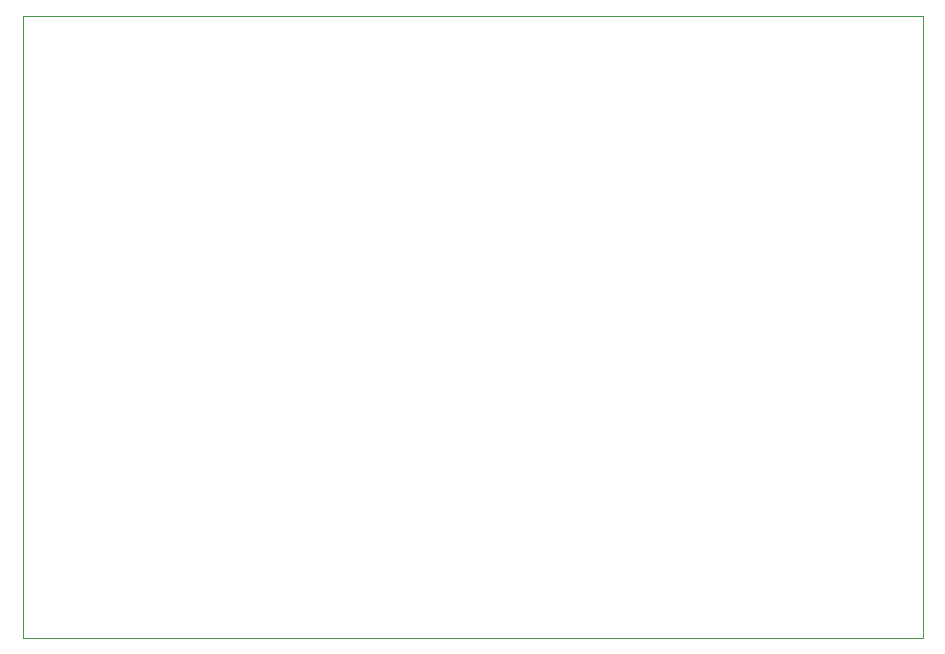
<source format=gbr>
%TF.GenerationSoftware,KiCad,Pcbnew,(5.1.9-0-10_14)*%
%TF.CreationDate,2024-02-19T19:40:51-08:00*%
%TF.ProjectId,TRax-LaserParkDetector,54526178-2d4c-4617-9365-725061726b44,rev?*%
%TF.SameCoordinates,Original*%
%TF.FileFunction,Profile,NP*%
%FSLAX46Y46*%
G04 Gerber Fmt 4.6, Leading zero omitted, Abs format (unit mm)*
G04 Created by KiCad (PCBNEW (5.1.9-0-10_14)) date 2024-02-19 19:40:51*
%MOMM*%
%LPD*%
G01*
G04 APERTURE LIST*
%TA.AperFunction,Profile*%
%ADD10C,0.050000*%
%TD*%
G04 APERTURE END LIST*
D10*
X60960000Y-104140000D02*
X60960000Y-103505000D01*
X137160000Y-104140000D02*
X60960000Y-104140000D01*
X60960000Y-51435000D02*
X60960000Y-103505000D01*
X137160000Y-51435000D02*
X60960000Y-51435000D01*
X137160000Y-104140000D02*
X137160000Y-51435000D01*
M02*

</source>
